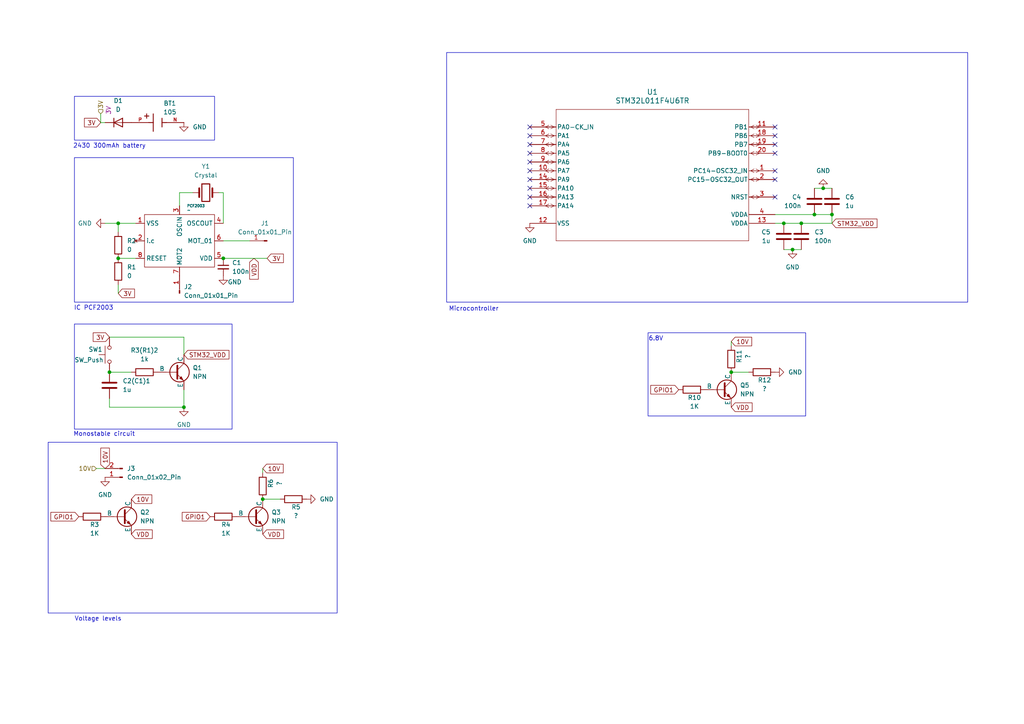
<source format=kicad_sch>
(kicad_sch (version 20250114) (generator "eeschema") (generator_version "9.0")
  (paper "A4")
  (title_block (title "NXP_PCF2003_ProgrammingBoard"))
  (lib_symbols
    (symbol "105:105" (pin_names (offset 1.016))
      (property "Reference" "BT" (at -3.81 3.81 0))
      (property "Value" "105" (at -3.81 -5.08 0))
      (symbol "105_0_0"
        (polyline (pts (xy -3.81 1.905) (xy -2.54 1.905)) (stroke (width 0.254)))
        (polyline (pts (xy -3.175 2.54) (xy -3.175 1.27)) (stroke (width 0.254)))
        (polyline (pts (xy -1.27 2.54) (xy -1.27 0)) (stroke (width 0.254)))
        (polyline (pts (xy -1.27 0) (xy -2.54 0)) (stroke (width 0.254)))
        (polyline (pts (xy -1.27 0) (xy -1.27 -2.54)) (stroke (width 0.254)))
        (polyline (pts (xy 1.27 1.27) (xy 1.27 0)) (stroke (width 0.254)))
        (polyline (pts (xy 1.27 0) (xy 1.27 -1.27)) (stroke (width 0.254)))
        (polyline (pts (xy 1.27 0) (xy 2.54 0)) (stroke (width 0.254)))
        (pin passive line (at -7.62 0 0) (length 5.08) (name "~") (number "P"))
        (pin passive line (at 7.62 0 180) (length 5.08) (name "~") (number "N"))
      )
    )
    (symbol "2025-02-23_21-51-46:STM32L011F4U6TR" (pin_names (offset 0.254))
      (property "Reference" "U" (at 35.56 10.16 0))
      (property "Value" "STM32L011F4U6TR" (at 35.56 7.62 0))
      (symbol "STM32L011F4U6TR_0_1"
        (polyline (pts (xy 5.5372 0.5207) (xy 4.4958 0)) (stroke (width 0.127)))
        (polyline (pts (xy 5.5372 -0.5207) (xy 4.4958 0)) (stroke (width 0.127)))
        (polyline (pts (xy 5.5372 -2.0193) (xy 4.4958 -2.54)) (stroke (width 0.127)))
        (polyline (pts (xy 5.5372 -3.0607) (xy 4.4958 -2.54)) (stroke (width 0.127)))
        (polyline (pts (xy 5.5372 -4.5593) (xy 4.4958 -5.08)) (stroke (width 0.127)))
        (polyline (pts (xy 5.5372 -5.6007) (xy 4.4958 -5.08)) (stroke (width 0.127)))
        (polyline (pts (xy 5.5372 -7.0993) (xy 4.4958 -7.62)) (stroke (width 0.127)))
        (polyline (pts (xy 5.5372 -8.1407) (xy 4.4958 -7.62)) (stroke (width 0.127)))
        (polyline (pts (xy 5.5372 -9.6393) (xy 4.4958 -10.16)) (stroke (width 0.127)))
        (polyline (pts (xy 5.5372 -10.6807) (xy 4.4958 -10.16)) (stroke (width 0.127)))
        (polyline (pts (xy 5.5372 -12.1793) (xy 4.4958 -12.7)) (stroke (width 0.127)))
        (polyline (pts (xy 5.5372 -13.2207) (xy 4.4958 -12.7)) (stroke (width 0.127)))
        (polyline (pts (xy 5.5372 -14.7193) (xy 4.4958 -15.24)) (stroke (width 0.127)))
        (polyline (pts (xy 5.5372 -15.7607) (xy 4.4958 -15.24)) (stroke (width 0.127)))
        (polyline (pts (xy 5.5372 -17.2593) (xy 4.4958 -17.78)) (stroke (width 0.127)))
        (polyline (pts (xy 5.5372 -18.3007) (xy 4.4958 -17.78)) (stroke (width 0.127)))
        (polyline (pts (xy 5.5372 -19.7993) (xy 4.4958 -20.32)) (stroke (width 0.127)))
        (polyline (pts (xy 5.5372 -20.8407) (xy 4.4958 -20.32)) (stroke (width 0.127)))
        (polyline (pts (xy 5.5372 -22.3393) (xy 4.4958 -22.86)) (stroke (width 0.127)))
        (polyline (pts (xy 5.5372 -23.3807) (xy 4.4958 -22.86)) (stroke (width 0.127)))
        (polyline (pts (xy 7.0993 0) (xy 6.0579 0.5207)) (stroke (width 0.127)))
        (polyline (pts (xy 7.0993 0) (xy 6.0579 -0.5207)) (stroke (width 0.127)))
        (polyline (pts (xy 7.0993 -2.54) (xy 6.0579 -2.0193)) (stroke (width 0.127)))
        (polyline (pts (xy 7.0993 -2.54) (xy 6.0579 -3.0607)) (stroke (width 0.127)))
        (polyline (pts (xy 7.0993 -5.08) (xy 6.0579 -4.5593)) (stroke (width 0.127)))
        (polyline (pts (xy 7.0993 -5.08) (xy 6.0579 -5.6007)) (stroke (width 0.127)))
        (polyline (pts (xy 7.0993 -7.62) (xy 6.0579 -7.0993)) (stroke (width 0.127)))
        (polyline (pts (xy 7.0993 -7.62) (xy 6.0579 -8.1407)) (stroke (width 0.127)))
        (polyline (pts (xy 7.0993 -10.16) (xy 6.0579 -9.6393)) (stroke (width 0.127)))
        (polyline (pts (xy 7.0993 -10.16) (xy 6.0579 -10.6807)) (stroke (width 0.127)))
        (polyline (pts (xy 7.0993 -12.7) (xy 6.0579 -12.1793)) (stroke (width 0.127)))
        (polyline (pts (xy 7.0993 -12.7) (xy 6.0579 -13.2207)) (stroke (width 0.127)))
        (polyline (pts (xy 7.0993 -15.24) (xy 6.0579 -14.7193)) (stroke (width 0.127)))
        (polyline (pts (xy 7.0993 -15.24) (xy 6.0579 -15.7607)) (stroke (width 0.127)))
        (polyline (pts (xy 7.0993 -17.78) (xy 6.0579 -17.2593)) (stroke (width 0.127)))
        (polyline (pts (xy 7.0993 -17.78) (xy 6.0579 -18.3007)) (stroke (width 0.127)))
        (polyline (pts (xy 7.0993 -20.32) (xy 6.0579 -19.7993)) (stroke (width 0.127)))
        (polyline (pts (xy 7.0993 -20.32) (xy 6.0579 -20.8407)) (stroke (width 0.127)))
        (polyline (pts (xy 7.0993 -22.86) (xy 6.0579 -22.3393)) (stroke (width 0.127)))
        (polyline (pts (xy 7.0993 -22.86) (xy 6.0579 -23.3807)) (stroke (width 0.127)))
        (polyline (pts (xy 7.62 5.08) (xy 7.62 -33.02)) (stroke (width 0.127)))
        (polyline (pts (xy 7.62 -33.02) (xy 63.5 -33.02)) (stroke (width 0.127)))
        (polyline (pts (xy 63.5 5.08) (xy 7.62 5.08)) (stroke (width 0.127)))
        (polyline (pts (xy 63.5 -33.02) (xy 63.5 5.08)) (stroke (width 0.127)))
        (polyline (pts (xy 64.0207 0) (xy 65.0621 0.5207)) (stroke (width 0.127)))
        (polyline (pts (xy 64.0207 0) (xy 65.0621 -0.5207)) (stroke (width 0.127)))
        (polyline (pts (xy 64.0207 -2.54) (xy 65.0621 -2.0193)) (stroke (width 0.127)))
        (polyline (pts (xy 64.0207 -2.54) (xy 65.0621 -3.0607)) (stroke (width 0.127)))
        (polyline (pts (xy 64.0207 -5.08) (xy 65.0621 -4.5593)) (stroke (width 0.127)))
        (polyline (pts (xy 64.0207 -5.08) (xy 65.0621 -5.6007)) (stroke (width 0.127)))
        (polyline (pts (xy 64.0207 -7.62) (xy 65.0621 -7.0993)) (stroke (width 0.127)))
        (polyline (pts (xy 64.0207 -7.62) (xy 65.0621 -8.1407)) (stroke (width 0.127)))
        (polyline (pts (xy 64.0207 -12.7) (xy 65.0621 -12.1793)) (stroke (width 0.127)))
        (polyline (pts (xy 64.0207 -12.7) (xy 65.0621 -13.2207)) (stroke (width 0.127)))
        (polyline (pts (xy 64.0207 -15.24) (xy 65.0621 -14.7193)) (stroke (width 0.127)))
        (polyline (pts (xy 64.0207 -15.24) (xy 65.0621 -15.7607)) (stroke (width 0.127)))
        (polyline (pts (xy 64.0207 -20.32) (xy 65.0621 -19.7993)) (stroke (width 0.127)))
        (polyline (pts (xy 64.0207 -20.32) (xy 65.0621 -20.8407)) (stroke (width 0.127)))
        (polyline (pts (xy 65.5828 0.5207) (xy 66.6242 0)) (stroke (width 0.127)))
        (polyline (pts (xy 65.5828 -0.5207) (xy 66.6242 0)) (stroke (width 0.127)))
        (polyline (pts (xy 65.5828 -2.0193) (xy 66.6242 -2.54)) (stroke (width 0.127)))
        (polyline (pts (xy 65.5828 -3.0607) (xy 66.6242 -2.54)) (stroke (width 0.127)))
        (polyline (pts (xy 65.5828 -4.5593) (xy 66.6242 -5.08)) (stroke (width 0.127)))
        (polyline (pts (xy 65.5828 -5.6007) (xy 66.6242 -5.08)) (stroke (width 0.127)))
        (polyline (pts (xy 65.5828 -7.0993) (xy 66.6242 -7.62)) (stroke (width 0.127)))
        (polyline (pts (xy 65.5828 -8.1407) (xy 66.6242 -7.62)) (stroke (width 0.127)))
        (polyline (pts (xy 65.5828 -12.1793) (xy 66.6242 -12.7)) (stroke (width 0.127)))
        (polyline (pts (xy 65.5828 -13.2207) (xy 66.6242 -12.7)) (stroke (width 0.127)))
        (polyline (pts (xy 65.5828 -14.7193) (xy 66.6242 -15.24)) (stroke (width 0.127)))
        (polyline (pts (xy 65.5828 -15.7607) (xy 66.6242 -15.24)) (stroke (width 0.127)))
        (polyline (pts (xy 65.5828 -19.7993) (xy 66.6242 -20.32)) (stroke (width 0.127)))
        (polyline (pts (xy 65.5828 -20.8407) (xy 66.6242 -20.32)) (stroke (width 0.127)))
        (pin bidirectional line (at 0 0 0) (length 7.62) (name "PA0-CK_IN") (number "5"))
        (pin bidirectional line (at 0 -2.54 0) (length 7.62) (name "PA1") (number "6"))
        (pin bidirectional line (at 0 -5.08 0) (length 7.62) (name "PA4") (number "7"))
        (pin bidirectional line (at 0 -7.62 0) (length 7.62) (name "PA5") (number "8"))
        (pin bidirectional line (at 0 -10.16 0) (length 7.62) (name "PA6") (number "9"))
        (pin bidirectional line (at 0 -12.7 0) (length 7.62) (name "PA7") (number "10"))
        (pin bidirectional line (at 0 -15.24 0) (length 7.62) (name "PA9") (number "14"))
        (pin bidirectional line (at 0 -17.78 0) (length 7.62) (name "PA10") (number "15"))
        (pin bidirectional line (at 0 -20.32 0) (length 7.62) (name "PA13") (number "16"))
        (pin bidirectional line (at 0 -22.86 0) (length 7.62) (name "PA14") (number "17"))
        (pin power_in line (at 0 -27.94 0) (length 7.62) (name "VSS") (number "12"))
        (pin bidirectional line (at 71.12 0 180) (length 7.62) (name "PB1") (number "11"))
        (pin bidirectional line (at 71.12 -2.54 180) (length 7.62) (name "PB6") (number "18"))
        (pin bidirectional line (at 71.12 -5.08 180) (length 7.62) (name "PB7") (number "19"))
        (pin input line (at 71.12 -7.62 180) (length 7.62) (name "PB9-BOOT0") (number "20"))
        (pin bidirectional line (at 71.12 -12.7 180) (length 7.62) (name "PC14-OSC32_IN") (number "1"))
        (pin bidirectional line (at 71.12 -15.24 180) (length 7.62) (name "PC15-OSC32_OUT") (number "2"))
        (pin bidirectional line (at 71.12 -20.32 180) (length 7.62) (name "NRST") (number "3"))
        (pin power_in line (at 71.12 -25.4 180) (length 7.62) (name "VDDA") (number "4"))
        (pin power_in line (at 71.12 -27.94 180) (length 7.62) (name "VDDA") (number "13"))
      )
    )
    (symbol "Connector:Conn_01x01_Pin" (pin_names (offset 1.016) (hide yes))
      (property "Reference" "J" (at 0 2.54 0))
      (property "Value" "Conn_01x01_Pin" (at 0 -2.54 0))
      (symbol "Conn_01x01_Pin_1_1"
        (rectangle (start 0.8636 0.127) (end 0 -0.127) (stroke (width 0.1524)) (fill (type outline)))
        (polyline (pts (xy 1.27 0) (xy 0.8636 0)) (stroke (width 0.1524)))
        (pin passive line (at 5.08 0 180) (length 3.81) (name "Pin_1") (number "1"))
      )
    )
    (symbol "Connector:Conn_01x02_Pin" (pin_names (offset 1.016) (hide yes))
      (property "Reference" "J" (at 0 2.54 0))
      (property "Value" "Conn_01x02_Pin" (at 0 -5.08 0))
      (symbol "Conn_01x02_Pin_1_1"
        (rectangle (start 0.8636 0.127) (end 0 -0.127) (stroke (width 0.1524)) (fill (type outline)))
        (rectangle (start 0.8636 -2.413) (end 0 -2.667) (stroke (width 0.1524)) (fill (type outline)))
        (polyline (pts (xy 1.27 0) (xy 0.8636 0)) (stroke (width 0.1524)))
        (polyline (pts (xy 1.27 -2.54) (xy 0.8636 -2.54)) (stroke (width 0.1524)))
        (pin passive line (at 5.08 0 180) (length 3.81) (name "Pin_1") (number "1"))
        (pin passive line (at 5.08 -2.54 180) (length 3.81) (name "Pin_2") (number "2"))
      )
    )
    (symbol "Device:C" (pin_numbers (hide yes)) (pin_names (offset 0.254))
      (property "Reference" "C" (at 0.635 2.54 0))
      (property "Value" "C" (at 0.635 -2.54 0))
      (symbol "C_0_1"
        (polyline (pts (xy -2.032 0.762) (xy 2.032 0.762)) (stroke (width 0.508)))
        (polyline (pts (xy -2.032 -0.762) (xy 2.032 -0.762)) (stroke (width 0.508)))
      )
      (symbol "C_1_1"
        (pin passive line (at 0 3.81 270) (length 2.794) (name "~") (number "1"))
        (pin passive line (at 0 -3.81 90) (length 2.794) (name "~") (number "2"))
      )
    )
    (symbol "Device:C_Small" (pin_numbers (hide yes)) (pin_names (offset 0.254) (hide yes))
      (property "Reference" "C" (at 0.254 1.778 0))
      (property "Value" "C_Small" (at 0.254 -2.032 0))
      (symbol "C_Small_0_1"
        (polyline (pts (xy -1.524 0.508) (xy 1.524 0.508)) (stroke (width 0.3048)))
        (polyline (pts (xy -1.524 -0.508) (xy 1.524 -0.508)) (stroke (width 0.3302)))
      )
      (symbol "C_Small_1_1"
        (pin passive line (at 0 2.54 270) (length 2.032) (name "~") (number "1"))
        (pin passive line (at 0 -2.54 90) (length 2.032) (name "~") (number "2"))
      )
    )
    (symbol "Device:Crystal" (pin_numbers (hide yes)) (pin_names (offset 1.016) (hide yes))
      (property "Reference" "Y" (at 0 3.81 0))
      (property "Value" "Crystal" (at 0 -3.81 0))
      (symbol "Crystal_0_1"
        (polyline (pts (xy -2.54 0) (xy -1.905 0)))
        (polyline (pts (xy -1.905 -1.27) (xy -1.905 1.27)) (stroke (width 0.508)))
        (rectangle (start -1.143 2.54) (end 1.143 -2.54) (stroke (width 0.3048)))
        (polyline (pts (xy 1.905 -1.27) (xy 1.905 1.27)) (stroke (width 0.508)))
        (polyline (pts (xy 2.54 0) (xy 1.905 0)))
      )
      (symbol "Crystal_1_1"
        (pin passive line (at -3.81 0 0) (length 1.27) (name "1") (number "1"))
        (pin passive line (at 3.81 0 180) (length 1.27) (name "2") (number "2"))
      )
    )
    (symbol "Device:D" (pin_numbers (hide yes)) (pin_names (offset 1.016) (hide yes))
      (property "Reference" "D" (at 0 2.54 0))
      (property "Value" "D" (at 0 -2.54 0))
      (symbol "D_0_1"
        (polyline (pts (xy -1.27 1.27) (xy -1.27 -1.27)) (stroke (width 0.254)))
        (polyline (pts (xy 1.27 1.27) (xy 1.27 -1.27) (xy -1.27 0) (xy 1.27 1.27)) (stroke (width 0.254)))
        (polyline (pts (xy 1.27 0) (xy -1.27 0)))
      )
      (symbol "D_1_1"
        (pin passive line (at -3.81 0 0) (length 2.54) (name "K") (number "1"))
        (pin passive line (at 3.81 0 180) (length 2.54) (name "A") (number "2"))
      )
    )
    (symbol "Device:R" (pin_numbers (hide yes)) (pin_names (offset 0))
      (property "Reference" "R" (at 2.032 0 90))
      (property "Value" "R" (at 0 0 90))
      (symbol "R_0_1"
        (rectangle (start -1.016 -2.54) (end 1.016 2.54) (stroke (width 0.254)))
      )
      (symbol "R_1_1"
        (pin passive line (at 0 3.81 270) (length 1.27) (name "~") (number "1"))
        (pin passive line (at 0 -3.81 90) (length 1.27) (name "~") (number "2"))
      )
    )
    (symbol "NXP:PCF2003"
      (property "Reference" "PCF2003" (at -7.62 -8.636 0))
      (symbol "PCF2003_0_1"
        (rectangle (start -10.16 7.62) (end 10.16 -7.62))
      )
      (symbol "PCF2003_1_1"
        (pin power_out line (at -12.7 5.08 0) (length 2.54) (name "VSS") (number "1"))
        (pin no_connect line (at -12.7 0 0) (length 2.54) (name "i.c") (number "2"))
        (pin input line (at -12.7 -5.08 0) (length 2.54) (name "RESET") (number "8"))
        (pin input line (at 0 10.16 270) (length 2.54) (name "OSCIN") (number "3"))
        (pin bidirectional line (at 0 -10.16 90) (length 2.54) (name "MOT2") (number "7"))
        (pin output line (at 12.7 5.08 180) (length 2.54) (name "OSCOUT") (number "4"))
        (pin bidirectional line (at 12.7 0 180) (length 2.54) (name "MOT_01") (number "6"))
        (pin power_in line (at 12.7 -5.08 180) (length 2.54) (name "VDD") (number "5"))
      )
    )
    (symbol "Simulation_SPICE:NPN" (pin_numbers (hide yes)) (pin_names (offset 0))
      (property "Reference" "Q" (at -2.54 7.62 0))
      (property "Value" "NPN" (at -2.54 5.08 0))
      (symbol "NPN_0_1"
        (polyline (pts (xy -2.54 0) (xy 0.635 0)) (stroke (width 0.1524)))
        (polyline (pts (xy 0.635 1.905) (xy 0.635 -1.905) (xy 0.635 -1.905)) (stroke (width 0.508)))
        (polyline (pts (xy 0.635 0.635) (xy 2.54 2.54)))
        (polyline (pts (xy 0.635 -0.635) (xy 2.54 -2.54) (xy 2.54 -2.54)))
        (circle (center 1.27 0) (radius 2.8194) (stroke (width 0.254)))
        (polyline (pts (xy 1.27 -1.778) (xy 1.778 -1.27) (xy 2.286 -2.286) (xy 1.27 -1.778) (xy 1.27 -1.778)) (fill (type outline)))
        (polyline (pts (xy 2.794 -1.27) (xy 2.794 -1.27)) (stroke (width 0.1524)))
        (polyline (pts (xy 2.794 -1.27) (xy 2.794 -1.27)) (stroke (width 0.1524)))
      )
      (symbol "NPN_1_1"
        (pin input line (at -5.08 0 0) (length 2.54) (name "B") (number "2"))
        (pin open_collector line (at 2.54 5.08 270) (length 2.54) (name "C") (number "1"))
        (pin open_emitter line (at 2.54 -5.08 90) (length 2.54) (name "E") (number "3"))
      )
    )
    (symbol "Switch:SW_Push" (pin_numbers (hide yes)) (pin_names (offset 1.016) (hide yes))
      (property "Reference" "SW" (at 1.27 2.54 0))
      (property "Value" "SW_Push" (at 0 -1.524 0))
      (symbol "SW_Push_0_1"
        (circle (center -2.032 0) (radius 0.508))
        (polyline (pts (xy 0 1.27) (xy 0 3.048)))
        (circle (center 2.032 0) (radius 0.508))
        (polyline (pts (xy 2.54 1.27) (xy -2.54 1.27)))
        (pin passive line (at -5.08 0 0) (length 2.54) (name "1") (number "1"))
        (pin passive line (at 5.08 0 180) (length 2.54) (name "2") (number "2"))
      )
    )
    (symbol "power:GND" (power) (pin_numbers (hide yes)) (pin_names (offset 0) (hide yes))
      (property "Value" "GND" (at 0 -3.81 0))
      (symbol "GND_0_1"
        (polyline (pts (xy 0 0) (xy 0 -1.27) (xy 1.27 -1.27) (xy 0 -2.54) (xy -1.27 -1.27) (xy 0 -1.27)))
      )
      (symbol "GND_1_1"
        (pin power_in line (at 0 0 270) (length 0) (name "~") (number "1"))
      )
    )
  )
  (rectangle (start 13.97 128.27) (end 97.79 177.8))
  (rectangle (start 21.59 45.72) (end 85.09 87.63))
  (rectangle (start 21.59 27.94) (end 62.23 40.64))
  (rectangle (start 129.54 15.24) (end 280.67 87.63))
  (rectangle (start 21.59 93.98) (end 67.31 124.46))
  (rectangle (start 187.96 96.52) (end 233.68 120.65))
  (text "IC PCF2003" (at 27.178 89.408 0) (effects (font (size 1.27 1.27))))
  (text "Microcontroller" (at 137.414 89.662 0) (effects (font (size 1.27 1.27))))
  (text "Voltage levels" (at 28.448 179.578 0) (effects (font (size 1.27 1.27))))
  (text "Monostable circuit" (at 30.226 125.984 0) (effects (font (size 1.27 1.27))))
  (text "6.8V" (at 190.246 98.298 0) (effects (font (size 1.27 1.27))))
  (text "2430 300mAh battery" (at 31.75 42.418 0) (effects (font (size 1.27 1.27))))
  (junction (at 64.77 74.93))
  (junction (at 227.33 64.77))
  (junction (at 238.76 54.61))
  (junction (at 31.75 107.95))
  (junction (at 232.41 64.77))
  (junction (at 241.3 62.23))
  (junction (at 34.29 74.93))
  (junction (at 212.09 107.95))
  (junction (at 229.87 72.39))
  (junction (at 53.34 118.11))
  (junction (at 236.22 62.23))
  (junction (at 34.29 64.77))
  (junction (at 76.2 144.78))
  (no_connect (at 153.67 39.37))
  (no_connect (at 224.79 49.53))
  (no_connect (at 153.67 57.15))
  (no_connect (at 224.79 52.07))
  (no_connect (at 224.79 44.45))
  (no_connect (at 153.67 59.69))
  (no_connect (at 224.79 36.83))
  (no_connect (at 153.67 44.45))
  (no_connect (at 224.79 57.15))
  (no_connect (at 224.79 41.91))
  (no_connect (at 153.67 36.83))
  (no_connect (at 153.67 54.61))
  (no_connect (at 224.79 39.37))
  (no_connect (at 153.67 41.91))
  (no_connect (at 153.67 46.99))
  (no_connect (at 153.67 49.53))
  (no_connect (at 153.67 52.07))
  (wire (pts (xy 29.21 35.56) (xy 30.48 35.56)))
  (wire (pts (xy 224.79 62.23) (xy 236.22 62.23)))
  (wire (pts (xy 241.3 64.77) (xy 241.3 62.23)))
  (wire (pts (xy 72.39 69.85) (xy 64.77 69.85)))
  (wire (pts (xy 52.07 55.88) (xy 52.07 59.69)))
  (wire (pts (xy 236.22 62.23) (xy 241.3 62.23)))
  (wire (pts (xy 238.76 54.61) (xy 241.3 54.61)))
  (wire (pts (xy 227.33 72.39) (xy 229.87 72.39)))
  (wire (pts (xy 53.34 113.03) (xy 53.34 118.11)))
  (wire (pts (xy 31.75 118.11) (xy 31.75 115.57)))
  (wire (pts (xy 55.88 55.88) (xy 52.07 55.88)))
  (wire (pts (xy 34.29 64.77) (xy 39.37 64.77)))
  (wire (pts (xy 232.41 64.77) (xy 241.3 64.77)))
  (wire (pts (xy 76.2 135.89) (xy 76.2 137.16)))
  (wire (pts (xy 31.75 107.95) (xy 38.1 107.95)))
  (wire (pts (xy 212.09 99.06) (xy 212.09 100.33)))
  (wire (pts (xy 27.94 135.89) (xy 30.48 135.89)))
  (wire (pts (xy 53.34 97.79) (xy 53.34 102.87)))
  (wire (pts (xy 53.34 118.11) (xy 31.75 118.11)))
  (wire (pts (xy 236.22 54.61) (xy 238.76 54.61)))
  (wire (pts (xy 29.21 33.02) (xy 29.21 35.56)))
  (wire (pts (xy 64.77 74.93) (xy 77.47 74.93)))
  (wire (pts (xy 64.77 55.88) (xy 64.77 64.77)))
  (wire (pts (xy 227.33 64.77) (xy 232.41 64.77)))
  (wire (pts (xy 81.28 144.78) (xy 76.2 144.78)))
  (wire (pts (xy 31.75 97.79) (xy 53.34 97.79)))
  (wire (pts (xy 232.41 72.39) (xy 229.87 72.39)))
  (wire (pts (xy 34.29 64.77) (xy 34.29 67.31)))
  (wire (pts (xy 34.29 74.93) (xy 39.37 74.93)))
  (wire (pts (xy 217.17 107.95) (xy 212.09 107.95)))
  (wire (pts (xy 30.48 64.77) (xy 34.29 64.77)))
  (wire (pts (xy 63.5 55.88) (xy 64.77 55.88)))
  (wire (pts (xy 224.79 64.77) (xy 227.33 64.77)))
  (wire (pts (xy 34.29 85.09) (xy 34.29 82.55)))
  (global_label "3V" (shape input) (at 31.75 97.79 180) (property "Intersheetrefs" "${INTERSHEET_REFS}" (effects (hide yes))))
  (global_label "10V" (shape input) (at 30.48 135.89 90) (property "Intersheetrefs" "${INTERSHEET_REFS}" (effects (hide yes))))
  (global_label "GPIO1" (shape input) (at 22.86 149.86 180) (property "Intersheetrefs" "${INTERSHEET_REFS}" (effects (hide yes))))
  (global_label "GPIO1" (shape input) (at 196.85 113.03 180) (property "Intersheetrefs" "${INTERSHEET_REFS}" (effects (hide yes))))
  (global_label "VDD" (shape input) (at 38.1 154.94 0) (property "Intersheetrefs" "${INTERSHEET_REFS}" (effects (hide yes))))
  (global_label "10V" (shape input) (at 38.1 144.78 0) (property "Intersheetrefs" "${INTERSHEET_REFS}" (effects (hide yes))))
  (global_label "VDD" (shape input) (at 212.09 118.11 0) (property "Intersheetrefs" "${INTERSHEET_REFS}" (effects (hide yes))))
  (global_label "3V" (shape input) (at 77.47 74.93 0) (property "Intersheetrefs" "${INTERSHEET_REFS}" (effects (hide yes))))
  (global_label "10V" (shape input) (at 76.2 135.89 0) (property "Intersheetrefs" "${INTERSHEET_REFS}" (effects (hide yes))))
  (global_label "3V" (shape input) (at 34.29 85.09 0) (property "Intersheetrefs" "${INTERSHEET_REFS}" (effects (hide yes))))
  (global_label "STM32_VDD" (shape input) (at 241.3 64.77 0) (property "Intersheetrefs" "${INTERSHEET_REFS}" (effects (hide yes))))
  (global_label "VDD" (shape input) (at 76.2 154.94 0) (property "Intersheetrefs" "${INTERSHEET_REFS}" (effects (hide yes))))
  (global_label "3V" (shape input) (at 29.21 35.56 180) (property "Intersheetrefs" "${INTERSHEET_REFS}" (effects (hide yes))))
  (global_label "GPIO1" (shape input) (at 60.96 149.86 180) (property "Intersheetrefs" "${INTERSHEET_REFS}" (effects (hide yes))))
  (global_label "STM32_VDD" (shape input) (at 53.34 102.87 0) (property "Intersheetrefs" "${INTERSHEET_REFS}" (effects (hide yes))))
  (global_label "VDD" (shape input) (at 73.66 74.93 270) (property "Intersheetrefs" "${INTERSHEET_REFS}" (effects (hide yes))))
  (global_label "10V" (shape input) (at 212.09 99.06 0) (property "Intersheetrefs" "${INTERSHEET_REFS}" (effects (hide yes))))
  (hierarchical_label "10V" (shape input) (at 27.94 135.89 180))
  (hierarchical_label "3V" (shape input) (at 29.21 33.02 90) (property "3V" "3V" (at 31.496 33.274 90) (effects (font (italic yes)) (justify left))))
  (symbol (lib_id "Device:C") (at 236.22 58.42 0) (mirror y) (unit 1)
    (property "Reference" "C4" (at 232.41 57.1499 0) (effects (justify left)))
    (property "Value" "100n" (at 232.41 59.6899 0) (effects (justify left)))
    (property "Description" "Unpolarized capacitor" (effects (hide yes)))
  )
  (symbol (lib_id "Device:C") (at 241.3 58.42 0) (unit 1)
    (property "Reference" "C6" (at 245.11 57.1499 0) (effects (justify left)))
    (property "Value" "1u" (at 245.11 59.6899 0) (effects (justify left)))
    (property "Description" "Unpolarized capacitor" (effects (hide yes)))
  )
  (symbol (lib_id "Device:R") (at 220.98 107.95 270) (unit 1)
    (property "Reference" "R12" (at 221.742 110.236 90))
    (property "Value" "?" (at 221.742 112.776 90))
    (property "Description" "Resistor" (effects (hide yes)))
  )
  (symbol (lib_id "Device:R") (at 76.2 140.97 0) (unit 1)
    (property "Reference" "R6" (at 78.486 140.208 90))
    (property "Value" "?" (at 81.026 140.208 90))
    (property "Description" "Resistor" (effects (hide yes)))
  )
  (symbol (lib_id "Simulation_SPICE:NPN") (at 50.8 107.95 0) (unit 1)
    (property "Reference" "Q1" (at 55.88 106.6799 0) (effects (justify left)))
    (property "Value" "NPN" (at 55.88 109.2199 0) (effects (justify left)))
    (property "Datasheet" "https://ngspice.sourceforge.io/docs/ngspice-html-manual/manual.xhtml#cha_BJTs" (effects (hide yes)))
    (property "Description" "Bipolar transistor symbol for simulation only, substrate tied to the emitter" (effects (hide yes)))
    (property "Sim.Device" "NPN" (effects (hide yes)))
    (property "Sim.Type" "GUMMELPOON" (effects (hide yes)))
    (property "Sim.Pins" "1=C 2=B 3=E" (effects (hide yes)))
  )
  (symbol (lib_id "power:GND") (at 64.77 80.01 0) (unit 1)
    (property "Reference" "#PWR03" (effects (hide yes)))
    (property "Value" "GND" (at 68.072 81.788 0))
    (property "Description" "Power symbol creates a global label with name \"GND\" , ground" (effects (hide yes)))
  )
  (symbol (lib_id "105:105") (at 45.72 35.56 0) (unit 1)
    (property "Reference" "BT1" (at 49.276 29.972 0))
    (property "Value" "105" (at 49.276 32.512 0))
    (property "Footprint" "105:BAT_105" (effects (hide yes)))
    (property "PARTREV" "H" (effects (hide yes)))
    (property "MANUFACTURER" "Keystone" (effects (hide yes)))
    (property "SNAPEDA_PN" "107" (effects (hide yes)))
    (property "MAXIMUM_PACKAGE_HEIGHT" "8.75mm" (effects (hide yes)))
    (property "STANDARD" "Manufacturer Recommendations" (effects (hide yes)))
  )
  (symbol (lib_id "Device:C") (at 227.33 68.58 0) (mirror y) (unit 1)
    (property "Reference" "C5" (at 223.52 67.3099 0) (effects (justify left)))
    (property "Value" "1u" (at 223.52 69.8499 0) (effects (justify left)))
    (property "Description" "Unpolarized capacitor" (effects (hide yes)))
  )
  (symbol (lib_id "Device:C_Small") (at 64.77 77.47 0) (unit 1)
    (property "Reference" "C1" (at 67.31 76.2062 0) (effects (justify left)))
    (property "Value" "100n" (at 67.31 78.7462 0) (effects (justify left)))
    (property "Description" "Unpolarized capacitor, small symbol" (effects (hide yes)))
  )
  (symbol (lib_id "Device:R") (at 26.67 149.86 270) (unit 1)
    (property "Reference" "R3" (at 27.432 152.146 90))
    (property "Value" "1K" (at 27.432 154.686 90))
    (property "Description" "Resistor" (effects (hide yes)))
  )
  (symbol (lib_id "power:GND") (at 229.87 72.39 0) (unit 1)
    (property "Reference" "#PWR05" (effects (hide yes)))
    (property "Value" "GND" (at 229.87 77.47 0))
    (property "Description" "Power symbol creates a global label with name \"GND\" , ground" (effects (hide yes)))
  )
  (symbol (lib_id "power:GND") (at 88.9 144.78 90) (unit 1)
    (property "Reference" "#PWR09" (effects (hide yes)))
    (property "Value" "GND" (at 92.71 144.7799 90) (effects (justify right)))
    (property "Description" "Power symbol creates a global label with name \"GND\" , ground" (effects (hide yes)))
  )
  (symbol (lib_id "Device:C") (at 232.41 68.58 0) (unit 1)
    (property "Reference" "C3" (at 236.22 67.3099 0) (effects (justify left)))
    (property "Value" "100n" (at 236.22 69.8499 0) (effects (justify left)))
    (property "Description" "Unpolarized capacitor" (effects (hide yes)))
  )
  (symbol (lib_id "Simulation_SPICE:NPN") (at 35.56 149.86 0) (unit 1)
    (property "Reference" "Q2" (at 40.64 148.5899 0) (effects (justify left)))
    (property "Value" "NPN" (at 40.64 151.1299 0) (effects (justify left)))
    (property "Datasheet" "https://ngspice.sourceforge.io/docs/ngspice-html-manual/manual.xhtml#cha_BJTs" (effects (hide yes)))
    (property "Description" "Bipolar transistor symbol for simulation only, substrate tied to the emitter" (effects (hide yes)))
    (property "Sim.Device" "NPN" (effects (hide yes)))
    (property "Sim.Type" "GUMMELPOON" (effects (hide yes)))
    (property "Sim.Pins" "1=C 2=B 3=E" (effects (hide yes)))
  )
  (symbol (lib_id "power:GND") (at 153.67 64.77 0) (unit 1)
    (property "Reference" "#PWR02" (effects (hide yes)))
    (property "Value" "GND" (at 153.67 69.85 0))
    (property "Description" "Power symbol creates a global label with name \"GND\" , ground" (effects (hide yes)))
  )
  (symbol (lib_id "Simulation_SPICE:NPN") (at 73.66 149.86 0) (unit 1)
    (property "Reference" "Q3" (at 78.74 148.5899 0) (effects (justify left)))
    (property "Value" "NPN" (at 78.74 151.1299 0) (effects (justify left)))
    (property "Datasheet" "https://ngspice.sourceforge.io/docs/ngspice-html-manual/manual.xhtml#cha_BJTs" (effects (hide yes)))
    (property "Description" "Bipolar transistor symbol for simulation only, substrate tied to the emitter" (effects (hide yes)))
    (property "Sim.Device" "NPN" (effects (hide yes)))
    (property "Sim.Type" "GUMMELPOON" (effects (hide yes)))
    (property "Sim.Pins" "1=C 2=B 3=E" (effects (hide yes)))
  )
  (symbol (lib_id "power:GND") (at 30.48 138.43 0) (unit 1)
    (property "Reference" "#PWR08" (effects (hide yes)))
    (property "Value" "GND" (at 30.48 143.51 0))
    (property "Description" "Power symbol creates a global label with name \"GND\" , ground" (effects (hide yes)))
  )
  (symbol (lib_id "Simulation_SPICE:NPN") (at 209.55 113.03 0) (unit 1)
    (property "Reference" "Q5" (at 214.63 111.7599 0) (effects (justify left)))
    (property "Value" "NPN" (at 214.63 114.2999 0) (effects (justify left)))
    (property "Datasheet" "https://ngspice.sourceforge.io/docs/ngspice-html-manual/manual.xhtml#cha_BJTs" (effects (hide yes)))
    (property "Description" "Bipolar transistor symbol for simulation only, substrate tied to the emitter" (effects (hide yes)))
    (property "Sim.Device" "NPN" (effects (hide yes)))
    (property "Sim.Type" "GUMMELPOON" (effects (hide yes)))
    (property "Sim.Pins" "1=C 2=B 3=E" (effects (hide yes)))
  )
  (symbol (lib_id "Device:D") (at 34.29 35.56 0) (unit 1)
    (property "Reference" "D1" (at 34.29 29.21 0))
    (property "Value" "D" (at 34.29 31.75 0))
    (property "Description" "Diode" (effects (hide yes)))
    (property "Sim.Device" "D" (effects (hide yes)))
    (property "Sim.Pins" "1=K 2=A" (effects (hide yes)))
  )
  (symbol (lib_id "power:GND") (at 53.34 118.11 0) (unit 1)
    (property "Reference" "#PWR07" (effects (hide yes)))
    (property "Value" "GND" (at 53.34 123.19 0))
    (property "Description" "Power symbol creates a global label with name \"GND\" , ground" (effects (hide yes)))
  )
  (symbol (lib_id "NXP:PCF2003") (at 52.07 69.85 0) (unit 1)
    (property "Reference" "PCF2003" (at 54.2133 59.69 0) (effects (font (size 0.762 0.762)) (justify left)))
    (property "Value" "~" (at 54.2133 60.96 0) (effects (justify left)))
    (property "Datasheet" "https://www.nxp.com/docs/en/data-sheet/PCF2003.pdf" (effects (hide yes)))
  )
  (symbol (lib_id "power:GND") (at 30.48 64.77 270) (unit 1)
    (property "Reference" "#PWR01" (effects (hide yes)))
    (property "Value" "GND" (at 26.67 64.7699 90) (effects (justify right)))
    (property "Description" "Power symbol creates a global label with name \"GND\" , ground" (effects (hide yes)))
  )
  (symbol (lib_id "Connector:Conn_01x02_Pin") (at 35.56 138.43 180) (unit 1)
    (property "Reference" "J3" (at 36.83 135.8899 0) (effects (justify right)))
    (property "Value" "Conn_01x02_Pin" (at 36.83 138.4299 0) (effects (justify right)))
    (property "Description" "Generic connector, single row, 01x02, script generated" (effects (hide yes)))
  )
  (symbol (lib_id "Device:C") (at 31.75 111.76 0) (unit 1)
    (property "Reference" "C2(C1)1" (at 35.56 110.4899 0) (effects (justify left)))
    (property "Value" "1u" (at 35.56 113.0299 0) (effects (justify left)))
    (property "Description" "Unpolarized capacitor" (effects (hide yes)))
  )
  (symbol (lib_id "power:GND") (at 224.79 107.95 90) (unit 1)
    (property "Reference" "#PWR011" (effects (hide yes)))
    (property "Value" "GND" (at 228.6 107.9499 90) (effects (justify right)))
    (property "Description" "Power symbol creates a global label with name \"GND\" , ground" (effects (hide yes)))
  )
  (symbol (lib_id "Device:R") (at 34.29 78.74 0) (unit 1)
    (property "Reference" "R1" (at 36.83 77.4699 0) (effects (justify left)))
    (property "Value" "0" (at 36.83 80.0099 0) (effects (justify left)))
    (property "Description" "Resistor" (effects (hide yes)))
  )
  (symbol (lib_id "Device:Crystal") (at 59.69 55.88 0) (unit 1)
    (property "Reference" "Y1" (at 59.69 48.26 0))
    (property "Value" "Crystal" (at 59.69 50.8 0))
    (property "Description" "Two pin crystal" (effects (hide yes)))
  )
  (symbol (lib_id "Device:R") (at 200.66 113.03 270) (unit 1)
    (property "Reference" "R10" (at 201.422 115.316 90))
    (property "Value" "1K" (at 201.422 117.856 90))
    (property "Description" "Resistor" (effects (hide yes)))
  )
  (symbol (lib_id "Switch:SW_Push") (at 31.75 102.87 90) (unit 1)
    (property "Reference" "SW1" (at 25.654 101.346 90) (effects (justify right)))
    (property "Value" "SW_Push" (at 21.59 104.394 90) (effects (justify right)))
    (property "Description" "Push button switch, generic, two pins" (effects (hide yes)))
  )
  (symbol (lib_id "2025-02-23_21-51-46:STM32L011F4U6TR") (at 153.67 36.83 0) (unit 1)
    (property "Reference" "U1" (at 189.23 26.67 0) (effects (font (size 1.524 1.524))))
    (property "Value" "STM32L011F4U6TR" (at 189.23 29.21 0) (effects (font (size 1.524 1.524))))
    (property "Footprint" "UFQFPN20_3x3x0p6" (effects (hide yes)))
    (property "Datasheet" "https://www.st.com/en/microcontrollers-microprocessors/stm32l011f4.html" (effects (hide yes)))
  )
  (symbol (lib_id "Connector:Conn_01x01_Pin") (at 52.07 85.09 90) (unit 1)
    (property "Reference" "J2" (at 53.34 83.1849 90) (effects (justify right)))
    (property "Value" "Conn_01x01_Pin" (at 53.34 85.7249 90) (effects (justify right)))
    (property "Description" "Generic connector, single row, 01x01, script generated" (effects (hide yes)))
  )
  (symbol (lib_id "Device:R") (at 34.29 71.12 0) (unit 1)
    (property "Reference" "R2" (at 36.83 69.8499 0) (effects (justify left)))
    (property "Value" "0" (at 36.83 72.3899 0) (effects (justify left)))
    (property "Description" "Resistor" (effects (hide yes)))
  )
  (symbol (lib_id "Device:R") (at 212.09 104.14 0) (unit 1)
    (property "Reference" "R11" (at 214.376 103.378 90))
    (property "Value" "?" (at 216.916 103.378 90))
    (property "Description" "Resistor" (effects (hide yes)))
  )
  (symbol (lib_id "Device:R") (at 41.91 107.95 90) (unit 1)
    (property "Reference" "R3(R1)2" (at 41.91 101.6 90))
    (property "Value" "1k" (at 41.91 104.14 90))
    (property "Description" "Resistor" (effects (hide yes)))
  )
  (symbol (lib_id "Connector:Conn_01x01_Pin") (at 77.47 69.85 180) (unit 1)
    (property "Reference" "J1" (at 76.835 64.77 0))
    (property "Value" "Conn_01x01_Pin" (at 76.835 67.31 0))
    (property "Description" "Generic connector, single row, 01x01, script generated" (effects (hide yes)))
  )
  (symbol (lib_id "power:GND") (at 53.34 35.56 0) (unit 1)
    (property "Reference" "#PWR04" (effects (hide yes)))
    (property "Value" "GND" (at 55.88 36.8299 0) (effects (justify left)))
    (property "Description" "Power symbol creates a global label with name \"GND\" , ground" (effects (hide yes)))
  )
  (symbol (lib_id "Device:R") (at 85.09 144.78 270) (unit 1)
    (property "Reference" "R5" (at 85.852 147.066 90))
    (property "Value" "?" (at 85.852 149.606 90))
    (property "Description" "Resistor" (effects (hide yes)))
  )
  (symbol (lib_id "Device:R") (at 64.77 149.86 270) (unit 1)
    (property "Reference" "R4" (at 65.532 152.146 90))
    (property "Value" "1K" (at 65.532 154.686 90))
    (property "Description" "Resistor" (effects (hide yes)))
  )
  (symbol (lib_id "power:GND") (at 238.76 54.61 180) (unit 1)
    (property "Reference" "#PWR06" (effects (hide yes)))
    (property "Value" "GND" (at 238.76 49.53 0))
    (property "Description" "Power symbol creates a global label with name \"GND\" , ground" (effects (hide yes)))
  )
)
</source>
